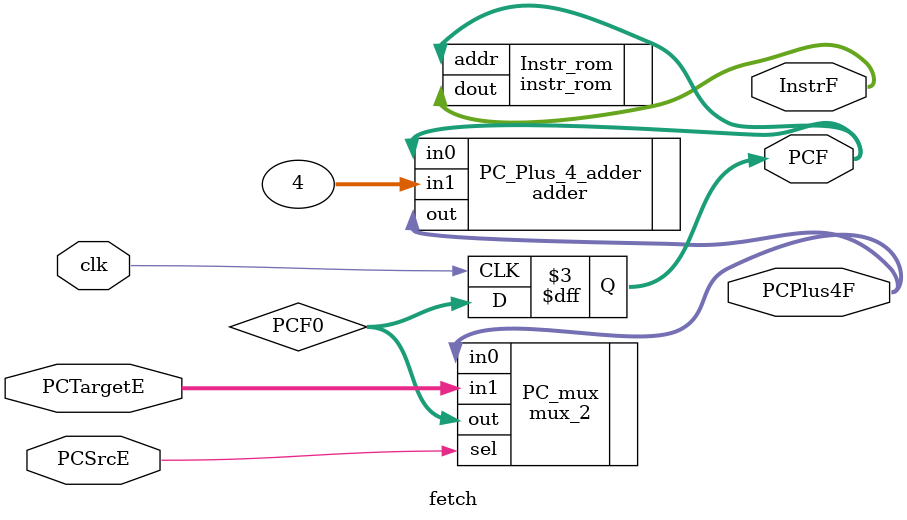
<source format=sv>
module fetch#(
    parameter ADDR_WIDTH = 5,
              DATA_WIDTH = 32
)(
    input logic clk,
    input logic PCSrcE,
    input logic [DATA_WIDTH-1:0] PCTargetE,
    output logic [DATA_WIDTH-1:0] InstrF,
    output logic [DATA_WIDTH-1:0] PCF,
    output logic [DATA_WIDTH-1:0] PCPlus4F
);

logic [DATA_WIDTH-1:0] PCF0;

mux_2 PC_mux(
    .sel(PCSrcE),
    .in0(PCPlus4F),
    .in1(PCTargetE),
    .out(PCF0)
);

always_ff @(posedge clk) begin
    PCF <= PCF0;
end

instr_rom Instr_rom(
    .addr(PCF),
    .dout(InstrF)
);

adder PC_Plus_4_adder(
    .in0(PCF),
    .in1(4),
    .out(PCPlus4F)
);

endmodule

</source>
